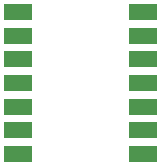
<source format=gbs>
G04 #@! TF.FileFunction,Soldermask,Bot*
%FSLAX46Y46*%
G04 Gerber Fmt 4.6, Leading zero omitted, Abs format (unit mm)*
G04 Created by KiCad (PCBNEW 0.201604232031+6710~44~ubuntu14.04.1-product) date Wed 27 Apr 2016 13:06:26 BST*
%MOMM*%
%LPD*%
G01*
G04 APERTURE LIST*
%ADD10C,0.100000*%
%ADD11R,2.400000X1.400000*%
G04 APERTURE END LIST*
D10*
D11*
X86700000Y-50000000D03*
X86700000Y-48000000D03*
X86700000Y-46000000D03*
X86700000Y-44000000D03*
X86700000Y-42000000D03*
X86700000Y-40000000D03*
X86700000Y-38000000D03*
X97300000Y-38000000D03*
X97300000Y-40000000D03*
X97300000Y-42000000D03*
X97300000Y-44000000D03*
X97300000Y-46000000D03*
X97300000Y-48000000D03*
X97300000Y-50000000D03*
M02*

</source>
